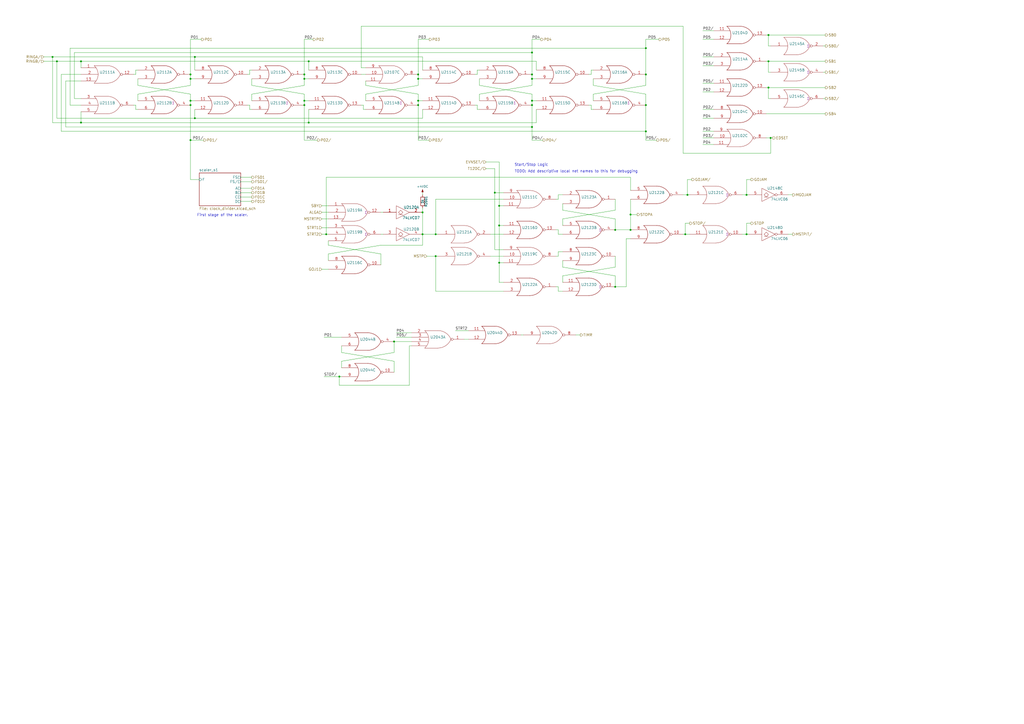
<source format=kicad_sch>
(kicad_sch (version 20211123) (generator eeschema)
  (paper "A2")
  (lib_symbols
    (symbol "Device:R" (pin_numbers hide) (pin_names (offset 0))
      (property "Reference" "R" (at 2.032 0 90))
      (property "Value" "R" (at 0 0 90))
      (symbol "R_1_1"
        (pin passive line (at 0 3.81 270) (length 1.27) (name "~") (number "1"))
        (pin passive line (at 0 -3.81 90) (length 1.27) (name "~") (number "2"))
      )
    )
    (symbol "agc_kicad_components:+4VDC" (power) (pin_names (offset 0))
      (property "Value" "+4VDC" (at 0.127 2.794 0))
      (symbol "+4VDC_1_1"
        (pin power_in line (at 0 0 90) (length 0) hide (name "+4VDC") (number "1"))
      )
    )
    (symbol "agc_kicad_components:74HC02" (pin_names (offset 0.762))
      (property "Reference" "U" (at 0 1.27 0))
      (symbol "74HC02_1_1"
        (pin output inverted (at 15.24 0 180) (length 7.62) (name "~") (number "1"))
        (pin input line (at -15.24 2.54 0) (length 9.398) (name "~") (number "2"))
        (pin input line (at -15.24 -2.54 0) (length 9.398) (name "~") (number "3"))
      )
      (symbol "74HC02_2_1"
        (pin output inverted (at 15.24 0 180) (length 7.62) (name "~") (number "4"))
        (pin input line (at -15.24 2.54 0) (length 9.398) (name "~") (number "5"))
        (pin input line (at -15.24 -2.54 0) (length 9.398) (name "~") (number "6"))
      )
      (symbol "74HC02_3_1"
        (pin output inverted (at 15.24 0 180) (length 7.62) (name "~") (number "10"))
        (pin input line (at -15.24 2.54 0) (length 9.398) (name "~") (number "8"))
        (pin input line (at -15.24 -2.54 0) (length 9.398) (name "~") (number "9"))
      )
      (symbol "74HC02_4_1"
        (pin input line (at -15.24 2.54 0) (length 9.398) (name "~") (number "11"))
        (pin input line (at -15.24 -2.54 0) (length 9.398) (name "~") (number "12"))
        (pin output inverted (at 15.24 0 180) (length 7.62) (name "~") (number "13"))
      )
      (symbol "74HC02_5_0"
        (text "GND" (at 2.54 -3.81 0) (effects (font (size 0.9906 0.9906))))
        (text "VCC" (at 2.54 3.81 0) (effects (font (size 0.9906 0.9906))))
      )
      (symbol "74HC02_5_1"
        (pin power_in line (at 0 6.35 270) (length 3.81) (name "VCC") (number "14"))
        (pin power_in line (at 0 -6.35 90) (length 3.81) (name "GND") (number "7"))
      )
    )
    (symbol "agc_kicad_components:74HC04" (pin_names (offset 0.762))
      (property "Reference" "U" (at 0 1.27 0))
      (symbol "74HC04_1_1"
        (pin input line (at -15.24 0 0) (length 9.906) (name "~") (number "1"))
        (pin output inverted (at 15.24 0 180) (length 7.62) (name "~") (number "2"))
      )
      (symbol "74HC04_2_1"
        (pin input line (at -15.24 0 0) (length 9.906) (name "~") (number "3"))
        (pin output inverted (at 15.24 0 180) (length 7.62) (name "~") (number "4"))
      )
      (symbol "74HC04_3_1"
        (pin input line (at -15.24 0 0) (length 9.906) (name "~") (number "5"))
        (pin output inverted (at 15.24 0 180) (length 7.62) (name "~") (number "6"))
      )
      (symbol "74HC04_4_1"
        (pin output inverted (at 15.24 0 180) (length 7.62) (name "~") (number "8"))
        (pin input line (at -15.24 0 0) (length 9.906) (name "~") (number "9"))
      )
      (symbol "74HC04_5_1"
        (pin output inverted (at 15.24 0 180) (length 7.62) (name "~") (number "10"))
        (pin input line (at -15.24 0 0) (length 9.906) (name "~") (number "11"))
      )
      (symbol "74HC04_6_1"
        (pin output inverted (at 15.24 0 180) (length 7.62) (name "~") (number "12"))
        (pin input line (at -15.24 0 0) (length 9.906) (name "~") (number "13"))
      )
      (symbol "74HC04_7_0"
        (text "GND" (at 2.54 -3.81 0) (effects (font (size 0.9906 0.9906))))
        (text "VCC" (at 2.54 3.81 0) (effects (font (size 0.9906 0.9906))))
      )
      (symbol "74HC04_7_1"
        (pin power_in line (at 0 6.35 270) (length 3.81) (name "VCC") (number "14"))
        (pin power_in line (at 0 -6.35 90) (length 3.81) (name "GND") (number "7"))
      )
    )
    (symbol "agc_kicad_components:74HC27" (pin_names (offset 0.762))
      (property "Reference" "U" (at 0 1.27 0))
      (symbol "74HC27_1_1"
        (pin input line (at -15.24 3.81 0) (length 8.763) (name "~") (number "1"))
        (pin output inverted (at 15.24 0 180) (length 7.62) (name "~") (number "12"))
        (pin input line (at -15.24 -3.81 0) (length 8.763) (name "~") (number "13"))
        (pin input line (at -15.24 0 0) (length 9.906) (name "~") (number "2"))
      )
      (symbol "74HC27_2_1"
        (pin input line (at -15.24 3.81 0) (length 8.763) (name "~") (number "3"))
        (pin input line (at -15.24 0 0) (length 9.906) (name "~") (number "4"))
        (pin input line (at -15.24 -3.81 0) (length 8.763) (name "~") (number "5"))
        (pin output inverted (at 15.24 0 180) (length 7.62) (name "~") (number "6"))
      )
      (symbol "74HC27_3_1"
        (pin input line (at -15.24 0 0) (length 9.906) (name "~") (number "10"))
        (pin input line (at -15.24 -3.81 0) (length 8.763) (name "~") (number "11"))
        (pin output inverted (at 15.24 0 180) (length 7.62) (name "~") (number "8"))
        (pin input line (at -15.24 3.81 0) (length 8.763) (name "~") (number "9"))
      )
      (symbol "74HC27_4_0"
        (text "GND" (at 2.54 -3.81 0) (effects (font (size 0.9906 0.9906))))
        (text "VCC" (at 2.54 3.81 0) (effects (font (size 0.9906 0.9906))))
      )
      (symbol "74HC27_4_1"
        (pin power_in line (at 0 6.35 270) (length 3.81) (name "VCC") (number "14"))
        (pin power_in line (at 0 -6.35 90) (length 3.81) (name "GND") (number "7"))
      )
    )
    (symbol "agc_kicad_components:74HC4002" (pin_names (offset 0.762))
      (property "Reference" "U" (at 0 1.27 0))
      (symbol "74HC4002_1_1"
        (pin output inverted (at 15.24 0 180) (length 7.62) (name "~") (number "1"))
        (pin input line (at -15.24 3.81 0) (length 8.509) (name "~") (number "2"))
        (pin input line (at -15.24 1.27 0) (length 9.652) (name "~") (number "3"))
        (pin input line (at -15.24 -1.27 0) (length 9.652) (name "~") (number "4"))
        (pin input line (at -15.24 -3.81 0) (length 8.509) (name "~") (number "5"))
        (pin no_connect line (at -2.54 5.08 90) (length 0) hide (name "NC1") (number "6"))
        (pin no_connect line (at 0 5.08 90) (length 0) hide (name "NC2") (number "8"))
      )
      (symbol "74HC4002_2_1"
        (pin input line (at -15.24 1.27 0) (length 9.652) (name "~") (number "10"))
        (pin input line (at -15.24 -1.27 0) (length 9.652) (name "~") (number "11"))
        (pin input line (at -15.24 -3.81 0) (length 8.509) (name "~") (number "12"))
        (pin output inverted (at 15.24 0 180) (length 7.62) (name "~") (number "13"))
        (pin no_connect line (at -2.54 5.08 90) (length 0) hide (name "NC1") (number "6"))
        (pin no_connect line (at 0 5.08 90) (length 0) hide (name "NC2") (number "8"))
        (pin input line (at -15.24 3.81 0) (length 8.509) (name "~") (number "9"))
      )
      (symbol "74HC4002_3_0"
        (text "GND" (at 2.54 -3.81 0) (effects (font (size 0.9906 0.9906))))
        (text "VCC" (at 2.54 3.81 0) (effects (font (size 0.9906 0.9906))))
      )
      (symbol "74HC4002_3_1"
        (pin power_in line (at 0 6.35 270) (length 3.81) (name "VCC") (number "14"))
        (pin power_in line (at 0 -6.35 90) (length 3.81) (name "GND") (number "7"))
      )
    )
    (symbol "agc_kicad_components:74LVC06" (pin_names (offset 0.762))
      (property "Reference" "U" (at 0 1.27 0))
      (symbol "74LVC06_1_1"
        (pin input line (at -11.43 0 0) (length 7.62) (name "~") (number "1"))
        (pin open_collector inverted (at 11.43 0 180) (length 7.62) (name "~") (number "2"))
      )
      (symbol "74LVC06_2_1"
        (pin input line (at -11.43 0 0) (length 7.62) (name "~") (number "3"))
        (pin open_collector inverted (at 11.43 0 180) (length 7.62) (name "~") (number "4"))
      )
      (symbol "74LVC06_3_1"
        (pin input line (at -11.43 0 0) (length 7.62) (name "~") (number "5"))
        (pin open_collector inverted (at 11.43 0 180) (length 7.62) (name "~") (number "6"))
      )
      (symbol "74LVC06_4_1"
        (pin open_collector inverted (at 11.43 0 180) (length 7.62) (name "~") (number "8"))
        (pin input line (at -11.43 0 0) (length 7.62) (name "~") (number "9"))
      )
      (symbol "74LVC06_5_1"
        (pin open_collector inverted (at 11.43 0 180) (length 7.62) (name "~") (number "10"))
        (pin input line (at -11.43 0 0) (length 7.62) (name "~") (number "11"))
      )
      (symbol "74LVC06_6_1"
        (pin open_collector inverted (at 11.43 0 180) (length 7.62) (name "~") (number "12"))
        (pin input line (at -11.43 0 0) (length 7.62) (name "~") (number "13"))
      )
      (symbol "74LVC06_7_0"
        (text "GND" (at 2.54 -3.81 0) (effects (font (size 0.9906 0.9906))))
        (text "VCC" (at 2.54 3.81 0) (effects (font (size 0.9906 0.9906))))
      )
      (symbol "74LVC06_7_1"
        (pin power_in line (at 0 6.35 270) (length 3.81) (name "VCC") (number "14"))
        (pin power_in line (at 0 -6.35 90) (length 3.81) (name "GND") (number "7"))
      )
    )
    (symbol "agc_kicad_components:74LVC07" (pin_names (offset 0.762))
      (property "Reference" "U" (at 0 1.27 0))
      (symbol "74LVC07_1_1"
        (pin input line (at -11.43 0 0) (length 7.62) (name "~") (number "1"))
        (pin open_collector line (at 11.43 0 180) (length 7.62) (name "~") (number "2"))
      )
      (symbol "74LVC07_2_1"
        (pin input line (at -11.43 0 0) (length 7.62) (name "~") (number "3"))
        (pin open_collector line (at 11.43 0 180) (length 7.62) (name "~") (number "4"))
      )
      (symbol "74LVC07_3_1"
        (pin input line (at -11.43 0 0) (length 7.62) (name "~") (number "5"))
        (pin open_collector line (at 11.43 0 180) (length 7.62) (name "~") (number "6"))
      )
      (symbol "74LVC07_4_1"
        (pin open_collector line (at 11.43 0 180) (length 7.62) (name "~") (number "8"))
        (pin input line (at -11.43 0 0) (length 7.62) (name "~") (number "9"))
      )
      (symbol "74LVC07_5_1"
        (pin open_collector line (at 11.43 0 180) (length 7.62) (name "~") (number "10"))
        (pin input line (at -11.43 0 0) (length 7.62) (name "~") (number "11"))
      )
      (symbol "74LVC07_6_1"
        (pin open_collector line (at 11.43 0 180) (length 7.62) (name "~") (number "12"))
        (pin input line (at -11.43 0 0) (length 7.62) (name "~") (number "13"))
      )
      (symbol "74LVC07_7_0"
        (text "GND" (at 2.54 -3.81 0) (effects (font (size 0.9906 0.9906))))
        (text "VCC" (at 2.54 3.81 0) (effects (font (size 0.9906 0.9906))))
      )
      (symbol "74LVC07_7_1"
        (pin power_in line (at 0 6.35 270) (length 3.81) (name "VCC") (number "14"))
        (pin power_in line (at 0 -6.35 90) (length 3.81) (name "GND") (number "7"))
      )
    )
  )
  (junction (at 30.48 33.02))
  (junction (at 252.73 135.89))
  (junction (at 289.56 130.81))
  (junction (at 433.07 113.03))
  (junction (at 308.61 73.66))
  (junction (at 46.99 35.56))
  (junction (at 242.57 58.42))
  (junction (at 113.03 68.58))
  (junction (at 110.49 45.72))
  (junction (at 46.99 71.12))
  (junction (at 374.65 76.2))
  (junction (at 242.57 43.18))
  (junction (at 374.65 60.96))
  (junction (at 398.78 113.03))
  (junction (at 356.87 166.37))
  (junction (at 397.51 135.89))
  (junction (at 445.77 20.32))
  (junction (at 245.11 123.19))
  (junction (at 365.76 133.35))
  (junction (at 176.53 45.72))
  (junction (at 196.85 218.44))
  (junction (at 228.6 198.12))
  (junction (at 447.04 80.01))
  (junction (at 374.65 27.94))
  (junction (at 289.56 152.4))
  (junction (at 179.07 71.12))
  (junction (at 287.02 111.76))
  (junction (at 308.61 43.18))
  (junction (at 374.65 43.18))
  (junction (at 242.57 45.72))
  (junction (at 356.87 133.35))
  (junction (at 110.49 81.28))
  (junction (at 308.61 30.48))
  (junction (at 308.61 60.96))
  (junction (at 242.57 60.96))
  (junction (at 365.76 124.46))
  (junction (at 110.49 43.18))
  (junction (at 179.07 35.56))
  (junction (at 308.61 58.42))
  (junction (at 289.56 119.38))
  (junction (at 308.61 45.72))
  (junction (at 110.49 58.42))
  (junction (at 189.23 135.89))
  (junction (at 252.73 148.59))
  (junction (at 445.77 50.8))
  (junction (at 176.53 58.42))
  (junction (at 176.53 60.96))
  (junction (at 110.49 60.96))
  (junction (at 445.77 35.56))
  (junction (at 33.02 35.56))
  (junction (at 245.11 135.89))
  (junction (at 176.53 43.18))
  (junction (at 433.07 135.89))
  (junction (at 113.03 33.02))
  (wire (pts (xy 444.5 80.01) (xy 447.04 80.01)))
  (wire (pts (xy 146.05 49.53) (xy 146.05 45.72)))
  (wire (pts (xy 228.6 209.55) (xy 198.12 204.47)))
  (wire (pts (xy 374.65 54.61) (xy 374.65 60.96)))
  (wire (pts (xy 414.02 48.26) (xy 407.67 48.26)))
  (wire (pts (xy 144.78 63.5) (xy 146.05 63.5)))
  (wire (pts (xy 220.98 123.19) (xy 222.25 123.19)))
  (wire (pts (xy 78.74 60.96) (xy 78.74 63.5)))
  (wire (pts (xy 433.07 129.54) (xy 433.07 135.89)))
  (wire (pts (xy 78.74 63.5) (xy 80.01 63.5)))
  (wire (pts (xy 414.02 68.58) (xy 407.67 68.58)))
  (wire (pts (xy 433.07 135.89) (xy 434.34 135.89)))
  (wire (pts (xy 252.73 135.89) (xy 252.73 115.57)))
  (wire (pts (xy 414.02 22.86) (xy 407.67 22.86)))
  (wire (pts (xy 189.23 135.89) (xy 189.23 102.87)))
  (wire (pts (xy 344.17 54.61) (xy 344.17 58.42)))
  (wire (pts (xy 139.7 102.87) (xy 146.05 102.87)))
  (wire (pts (xy 242.57 54.61) (xy 242.57 58.42)))
  (wire (pts (xy 220.98 153.67) (xy 220.98 147.32)))
  (wire (pts (xy 110.49 81.28) (xy 118.11 81.28)))
  (wire (pts (xy 186.69 132.08) (xy 190.5 132.08)))
  (wire (pts (xy 365.76 115.57) (xy 365.76 124.46)))
  (wire (pts (xy 110.49 45.72) (xy 110.49 49.53)))
  (wire (pts (xy 35.56 76.2) (xy 35.56 43.18)))
  (wire (pts (xy 278.13 54.61) (xy 278.13 58.42)))
  (wire (pts (xy 287.02 144.78) (xy 292.1 144.78)))
  (wire (pts (xy 252.73 135.89) (xy 254 135.89)))
  (wire (pts (xy 356.87 121.92) (xy 326.39 127)))
  (wire (pts (xy 433.07 104.14) (xy 433.07 113.03)))
  (wire (pts (xy 228.6 198.12) (xy 228.6 204.47)))
  (wire (pts (xy 323.85 146.05) (xy 326.39 146.05)))
  (wire (pts (xy 252.73 148.59) (xy 254 148.59)))
  (wire (pts (xy 342.9 43.18) (xy 342.9 40.64)))
  (wire (pts (xy 196.85 218.44) (xy 198.12 218.44)))
  (wire (pts (xy 308.61 45.72) (xy 308.61 49.53)))
  (wire (pts (xy 284.48 148.59) (xy 292.1 148.59)))
  (wire (pts (xy 113.03 40.64) (xy 113.03 33.02)))
  (wire (pts (xy 252.73 148.59) (xy 252.73 168.91)))
  (wire (pts (xy 365.76 133.35) (xy 356.87 133.35)))
  (wire (pts (xy 179.07 63.5) (xy 179.07 71.12)))
  (wire (pts (xy 292.1 119.38) (xy 289.56 119.38)))
  (wire (pts (xy 176.53 60.96) (xy 176.53 81.28)))
  (wire (pts (xy 40.64 27.94) (xy 40.64 60.96)))
  (wire (pts (xy 342.9 63.5) (xy 344.17 63.5)))
  (wire (pts (xy 275.59 60.96) (xy 276.86 60.96)))
  (wire (pts (xy 356.87 127) (xy 326.39 121.92)))
  (wire (pts (xy 186.69 119.38) (xy 190.5 119.38)))
  (wire (pts (xy 344.17 49.53) (xy 344.17 45.72)))
  (wire (pts (xy 144.78 60.96) (xy 144.78 63.5)))
  (wire (pts (xy 414.02 38.1) (xy 407.67 38.1)))
  (wire (pts (xy 245.11 68.58) (xy 245.11 63.5)))
  (wire (pts (xy 374.65 49.53) (xy 344.17 54.61)))
  (wire (pts (xy 308.61 30.48) (xy 308.61 43.18)))
  (wire (pts (xy 110.49 49.53) (xy 80.01 54.61)))
  (wire (pts (xy 365.76 124.46) (xy 365.76 133.35)))
  (wire (pts (xy 374.65 43.18) (xy 374.65 49.53)))
  (wire (pts (xy 323.85 133.35) (xy 323.85 135.89)))
  (wire (pts (xy 110.49 58.42) (xy 110.49 60.96)))
  (wire (pts (xy 176.53 49.53) (xy 176.53 45.72)))
  (wire (pts (xy 363.22 166.37) (xy 363.22 138.43)))
  (wire (pts (xy 396.24 135.89) (xy 397.51 135.89)))
  (wire (pts (xy 189.23 102.87) (xy 365.76 102.87)))
  (wire (pts (xy 414.02 17.78) (xy 407.67 17.78)))
  (wire (pts (xy 220.98 135.89) (xy 222.25 135.89)))
  (wire (pts (xy 289.56 119.38) (xy 289.56 130.81)))
  (wire (pts (xy 356.87 166.37) (xy 356.87 160.02)))
  (wire (pts (xy 444.5 20.32) (xy 445.77 20.32)))
  (wire (pts (xy 374.65 22.86) (xy 374.65 27.94)))
  (wire (pts (xy 323.85 113.03) (xy 326.39 113.03)))
  (wire (pts (xy 176.53 22.86) (xy 181.61 22.86)))
  (wire (pts (xy 209.55 60.96) (xy 210.82 60.96)))
  (wire (pts (xy 190.5 147.32) (xy 190.5 151.13)))
  (wire (pts (xy 242.57 81.28) (xy 248.92 81.28)))
  (wire (pts (xy 477.52 26.67) (xy 478.79 26.67)))
  (wire (pts (xy 245.11 120.65) (xy 245.11 123.19)))
  (wire (pts (xy 276.86 60.96) (xy 276.86 63.5)))
  (wire (pts (xy 237.49 200.66) (xy 238.76 200.66)))
  (wire (pts (xy 212.09 54.61) (xy 212.09 58.42)))
  (wire (pts (xy 179.07 40.64) (xy 179.07 35.56)))
  (wire (pts (xy 287.02 111.76) (xy 287.02 144.78)))
  (wire (pts (xy 444.5 35.56) (xy 445.77 35.56)))
  (wire (pts (xy 287.02 111.76) (xy 292.1 111.76)))
  (wire (pts (xy 30.48 33.02) (xy 30.48 71.12)))
  (wire (pts (xy 33.02 68.58) (xy 113.03 68.58)))
  (wire (pts (xy 311.15 45.72) (xy 308.61 45.72)))
  (wire (pts (xy 179.07 58.42) (xy 176.53 58.42)))
  (wire (pts (xy 322.58 115.57) (xy 323.85 115.57)))
  (wire (pts (xy 110.49 22.86) (xy 110.49 43.18)))
  (wire (pts (xy 457.2 113.03) (xy 459.74 113.03)))
  (wire (pts (xy 445.77 35.56) (xy 478.79 35.56)))
  (wire (pts (xy 179.07 45.72) (xy 176.53 45.72)))
  (wire (pts (xy 326.39 127) (xy 326.39 130.81)))
  (wire (pts (xy 113.03 33.02) (xy 245.11 33.02)))
  (wire (pts (xy 445.77 50.8) (xy 478.79 50.8)))
  (wire (pts (xy 196.85 218.44) (xy 196.85 223.52)))
  (wire (pts (xy 374.65 27.94) (xy 374.65 43.18)))
  (wire (pts (xy 400.05 129.54) (xy 397.51 129.54)))
  (wire (pts (xy 40.64 60.96) (xy 46.99 60.96)))
  (wire (pts (xy 110.49 104.14) (xy 115.57 104.14)))
  (wire (pts (xy 33.02 68.58) (xy 33.02 35.56)))
  (wire (pts (xy 289.56 130.81) (xy 289.56 152.4)))
  (wire (pts (xy 477.52 57.15) (xy 478.79 57.15)))
  (wire (pts (xy 311.15 58.42) (xy 308.61 58.42)))
  (wire (pts (xy 356.87 133.35) (xy 356.87 127)))
  (wire (pts (xy 144.78 43.18) (xy 144.78 40.64)))
  (wire (pts (xy 139.7 114.3) (xy 146.05 114.3)))
  (wire (pts (xy 186.69 127) (xy 190.5 127)))
  (wire (pts (xy 46.99 71.12) (xy 179.07 71.12)))
  (wire (pts (xy 110.49 60.96) (xy 110.49 81.28)))
  (wire (pts (xy 245.11 135.89) (xy 252.73 135.89)))
  (wire (pts (xy 396.24 15.24) (xy 209.55 15.24)))
  (wire (pts (xy 342.9 60.96) (xy 342.9 63.5)))
  (wire (pts (xy 322.58 166.37) (xy 323.85 166.37)))
  (wire (pts (xy 77.47 60.96) (xy 78.74 60.96)))
  (wire (pts (xy 43.18 30.48) (xy 43.18 57.15)))
  (wire (pts (xy 212.09 49.53) (xy 212.09 46.99)))
  (wire (pts (xy 198.12 195.58) (xy 187.96 195.58)))
  (wire (pts (xy 252.73 168.91) (xy 292.1 168.91)))
  (wire (pts (xy 176.53 81.28) (xy 184.15 81.28)))
  (wire (pts (xy 187.96 218.44) (xy 196.85 218.44)))
  (wire (pts (xy 146.05 58.42) (xy 146.05 54.61)))
  (wire (pts (xy 323.85 135.89) (xy 326.39 135.89)))
  (wire (pts (xy 374.65 76.2) (xy 35.56 76.2)))
  (wire (pts (xy 176.53 45.72) (xy 176.53 43.18)))
  (wire (pts (xy 43.18 57.15) (xy 46.99 57.15)))
  (wire (pts (xy 447.04 88.9) (xy 396.24 88.9)))
  (wire (pts (xy 287.02 97.79) (xy 287.02 111.76)))
  (wire (pts (xy 308.61 60.96) (xy 308.61 73.66)))
  (wire (pts (xy 396.24 113.03) (xy 398.78 113.03)))
  (wire (pts (xy 176.53 43.18) (xy 176.53 22.86)))
  (wire (pts (xy 275.59 43.18) (xy 276.86 43.18)))
  (wire (pts (xy 322.58 133.35) (xy 323.85 133.35)))
  (wire (pts (xy 209.55 39.37) (xy 212.09 39.37)))
  (wire (pts (xy 276.86 43.18) (xy 276.86 40.64)))
  (wire (pts (xy 113.03 68.58) (xy 245.11 68.58)))
  (wire (pts (xy 308.61 54.61) (xy 308.61 58.42)))
  (wire (pts (xy 414.02 63.5) (xy 407.67 63.5)))
  (wire (pts (xy 220.98 142.24) (xy 190.5 147.32)))
  (wire (pts (xy 445.77 41.91) (xy 445.77 35.56)))
  (wire (pts (xy 447.04 41.91) (xy 445.77 41.91)))
  (wire (pts (xy 308.61 73.66) (xy 38.1 73.66)))
  (wire (pts (xy 110.49 54.61) (xy 80.01 49.53)))
  (wire (pts (xy 38.1 73.66) (xy 38.1 46.99)))
  (wire (pts (xy 245.11 142.24) (xy 220.98 142.24)))
  (wire (pts (xy 110.49 54.61) (xy 110.49 58.42)))
  (wire (pts (xy 414.02 33.02) (xy 407.67 33.02)))
  (wire (pts (xy 238.76 195.58) (xy 229.87 195.58)))
  (wire (pts (xy 326.39 154.94) (xy 326.39 151.13)))
  (wire (pts (xy 289.56 152.4) (xy 292.1 152.4)))
  (wire (pts (xy 35.56 43.18) (xy 46.99 43.18)))
  (wire (pts (xy 242.57 22.86) (xy 242.57 43.18)))
  (wire (pts (xy 146.05 105.41) (xy 139.7 105.41)))
  (wire (pts (xy 179.07 35.56) (xy 311.15 35.56)))
  (wire (pts (xy 237.49 223.52) (xy 237.49 200.66)))
  (wire (pts (xy 189.23 135.89) (xy 190.5 135.89)))
  (wire (pts (xy 143.51 60.96) (xy 144.78 60.96)))
  (wire (pts (xy 245.11 58.42) (xy 242.57 58.42)))
  (wire (pts (xy 242.57 54.61) (xy 212.09 49.53)))
  (wire (pts (xy 25.4 33.02) (xy 30.48 33.02)))
  (wire (pts (xy 242.57 58.42) (xy 242.57 60.96)))
  (wire (pts (xy 278.13 49.53) (xy 278.13 45.72)))
  (wire (pts (xy 289.56 93.98) (xy 289.56 119.38)))
  (wire (pts (xy 323.85 166.37) (xy 323.85 168.91)))
  (wire (pts (xy 397.51 135.89) (xy 400.05 135.89)))
  (wire (pts (xy 242.57 43.18) (xy 242.57 45.72)))
  (wire (pts (xy 198.12 204.47) (xy 198.12 200.66)))
  (wire (pts (xy 245.11 45.72) (xy 242.57 45.72)))
  (wire (pts (xy 397.51 129.54) (xy 397.51 135.89)))
  (wire (pts (xy 238.76 193.04) (xy 229.87 193.04)))
  (wire (pts (xy 374.65 27.94) (xy 40.64 27.94)))
  (wire (pts (xy 447.04 26.67) (xy 445.77 26.67)))
  (wire (pts (xy 242.57 60.96) (xy 242.57 81.28)))
  (wire (pts (xy 445.77 50.8) (xy 445.77 57.15)))
  (wire (pts (xy 245.11 113.03) (xy 245.11 111.76)))
  (wire (pts (xy 196.85 223.52) (xy 237.49 223.52)))
  (wire (pts (xy 323.85 168.91) (xy 326.39 168.91)))
  (wire (pts (xy 77.47 43.18) (xy 78.74 43.18)))
  (wire (pts (xy 374.65 54.61) (xy 344.17 49.53)))
  (wire (pts (xy 242.57 45.72) (xy 242.57 49.53)))
  (wire (pts (xy 356.87 160.02) (xy 326.39 154.94)))
  (wire (pts (xy 308.61 30.48) (xy 43.18 30.48)))
  (wire (pts (xy 457.2 135.89) (xy 459.74 135.89)))
  (wire (pts (xy 176.53 54.61) (xy 176.53 58.42)))
  (wire (pts (xy 146.05 54.61) (xy 176.53 49.53)))
  (wire (pts (xy 374.65 22.86) (xy 382.27 22.86)))
  (wire (pts (xy 356.87 154.94) (xy 326.39 160.02)))
  (wire (pts (xy 289.56 163.83) (xy 292.1 163.83)))
  (wire (pts (xy 113.03 58.42) (xy 110.49 58.42)))
  (wire (pts (xy 143.51 43.18) (xy 144.78 43.18)))
  (wire (pts (xy 110.49 22.86) (xy 116.84 22.86)))
  (wire (pts (xy 430.53 135.89) (xy 433.07 135.89)))
  (wire (pts (xy 447.04 80.01) (xy 448.31 80.01)))
  (wire (pts (xy 110.49 81.28) (xy 110.49 104.14)))
  (wire (pts (xy 401.32 104.14) (xy 398.78 104.14)))
  (wire (pts (xy 322.58 148.59) (xy 323.85 148.59)))
  (wire (pts (xy 198.12 209.55) (xy 198.12 213.36)))
  (wire (pts (xy 276.86 40.64) (xy 278.13 40.64)))
  (wire (pts (xy 190.5 156.21) (xy 186.69 156.21)))
  (wire (pts (xy 78.74 40.64) (xy 80.01 40.64)))
  (wire (pts (xy 271.78 191.77) (xy 264.16 191.77)))
  (wire (pts (xy 46.99 64.77) (xy 46.99 71.12)))
  (wire (pts (xy 445.77 20.32) (xy 478.79 20.32)))
  (wire (pts (xy 407.67 83.82) (xy 414.02 83.82)))
  (wire (pts (xy 25.4 35.56) (xy 33.02 35.56)))
  (wire (pts (xy 308.61 22.86) (xy 313.69 22.86)))
  (wire (pts (xy 46.99 35.56) (xy 179.07 35.56)))
  (wire (pts (xy 139.7 116.84) (xy 146.05 116.84)))
  (wire (pts (xy 113.03 45.72) (xy 110.49 45.72)))
  (wire (pts (xy 398.78 113.03) (xy 400.05 113.03)))
  (wire (pts (xy 356.87 115.57) (xy 356.87 121.92)))
  (wire (pts (xy 176.53 58.42) (xy 176.53 60.96)))
  (wire (pts (xy 284.48 135.89) (xy 292.1 135.89)))
  (wire (pts (xy 326.39 160.02) (xy 326.39 163.83)))
  (wire (pts (xy 209.55 15.24) (xy 209.55 39.37)))
  (wire (pts (xy 445.77 57.15) (xy 447.04 57.15)))
  (wire (pts (xy 435.61 104.14) (xy 433.07 104.14)))
  (wire (pts (xy 245.11 135.89) (xy 245.11 142.24)))
  (wire (pts (xy 80.01 49.53) (xy 80.01 45.72)))
  (wire (pts (xy 445.77 26.67) (xy 445.77 20.32)))
  (wire (pts (xy 369.57 124.46) (xy 365.76 124.46)))
  (wire (pts (xy 308.61 22.86) (xy 308.61 30.48)))
  (wire (pts (xy 302.26 194.31) (xy 303.53 194.31)))
  (wire (pts (xy 269.24 196.85) (xy 271.78 196.85)))
  (wire (pts (xy 38.1 46.99) (xy 46.99 46.99)))
  (wire (pts (xy 356.87 166.37) (xy 363.22 166.37)))
  (wire (pts (xy 113.03 63.5) (xy 113.03 68.58)))
  (wire (pts (xy 407.67 80.01) (xy 414.02 80.01)))
  (wire (pts (xy 396.24 88.9) (xy 396.24 15.24)))
  (wire (pts (xy 430.53 113.03) (xy 433.07 113.03)))
  (wire (pts (xy 374.65 76.2) (xy 374.65 81.28)))
  (wire (pts (xy 447.04 80.01) (xy 447.04 88.9)))
  (wire (pts (xy 342.9 40.64) (xy 344.17 40.64)))
  (wire (pts (xy 308.61 43.18) (xy 308.61 45.72)))
  (wire (pts (xy 210.82 60.96) (xy 210.82 63.5)))
  (wire (pts (xy 365.76 102.87) (xy 365.76 110.49)))
  (wire (pts (xy 308.61 58.42) (xy 308.61 60.96)))
  (wire (pts (xy 435.61 129.54) (xy 433.07 129.54)))
  (wire (pts (xy 80.01 54.61) (xy 80.01 58.42)))
  (wire (pts (xy 78.74 43.18) (xy 78.74 40.64)))
  (wire (pts (xy 341.63 60.96) (xy 342.9 60.96)))
  (wire (pts (xy 228.6 204.47) (xy 198.12 209.55)))
  (wire (pts (xy 245.11 123.19) (xy 245.11 135.89)))
  (wire (pts (xy 228.6 198.12) (xy 238.76 198.12)))
  (wire (pts (xy 311.15 35.56) (xy 311.15 40.64)))
  (wire (pts (xy 242.57 49.53) (xy 212.09 54.61)))
  (wire (pts (xy 247.65 148.59) (xy 252.73 148.59)))
  (wire (pts (xy 308.61 73.66) (xy 308.61 81.28)))
  (wire (pts (xy 311.15 71.12) (xy 311.15 63.5)))
  (wire (pts (xy 334.01 194.31) (xy 336.55 194.31)))
  (wire (pts (xy 374.65 60.96) (xy 374.65 76.2)))
  (wire (pts (xy 210.82 63.5) (xy 212.09 63.5)))
  (wire (pts (xy 220.98 147.32) (xy 190.5 142.24)))
  (wire (pts (xy 30.48 33.02) (xy 113.03 33.02)))
  (wire (pts (xy 110.49 43.18) (xy 110.49 45.72)))
  (wire (pts (xy 209.55 43.18) (xy 212.09 43.18)))
  (wire (pts (xy 363.22 138.43) (xy 365.76 138.43)))
  (wire (pts (xy 139.7 109.22) (xy 146.05 109.22)))
  (wire (pts (xy 308.61 54.61) (xy 278.13 49.53)))
  (wire (pts (xy 308.61 81.28) (xy 314.96 81.28)))
  (wire (pts (xy 477.52 41.91) (xy 478.79 41.91)))
  (wire (pts (xy 281.94 97.79) (xy 287.02 97.79)))
  (wire (pts (xy 414.02 53.34) (xy 407.67 53.34)))
  (wire (pts (xy 179.07 71.12) (xy 311.15 71.12)))
  (wire (pts (xy 341.63 43.18) (xy 342.9 43.18)))
  (wire (pts (xy 146.05 111.76) (xy 139.7 111.76)))
  (wire (pts (xy 242.57 22.86) (xy 248.92 22.86)))
  (wire (pts (xy 144.78 40.64) (xy 146.05 40.64)))
  (wire (pts (xy 374.65 81.28) (xy 381 81.28)))
  (wire (pts (xy 356.87 148.59) (xy 356.87 154.94)))
  (wire (pts (xy 398.78 104.14) (xy 398.78 113.03)))
  (wire (pts (xy 186.69 135.89) (xy 189.23 135.89)))
  (wire (pts (xy 30.48 71.12) (xy 46.99 71.12)))
  (wire (pts (xy 323.85 115.57) (xy 323.85 113.03)))
  (wire (pts (xy 276.86 63.5) (xy 278.13 63.5)))
  (wire (pts (xy 190.5 142.24) (xy 190.5 139.7)))
  (wire (pts (xy 326.39 121.92) (xy 326.39 118.11)))
  (wire (pts (xy 176.53 54.61) (xy 146.05 49.53)))
  (wire (pts (xy 186.69 123.19) (xy 190.5 123.19)))
  (wire (pts (xy 252.73 115.57) (xy 292.1 115.57)))
  (wire (pts (xy 478.79 66.04) (xy 444.5 66.04)))
  (wire (pts (xy 289.56 130.81) (xy 292.1 130.81)))
  (wire (pts (xy 308.61 49.53) (xy 278.13 54.61)))
  (wire (pts (xy 289.56 93.98) (xy 281.94 93.98)))
  (wire (pts (xy 46.99 39.37) (xy 46.99 35.56)))
  (wire (pts (xy 444.5 50.8) (xy 445.77 50.8)))
  (wire (pts (xy 245.11 33.02) (xy 245.11 40.64)))
  (wire (pts (xy 433.07 113.03) (xy 434.34 113.03)))
  (wire (pts (xy 33.02 35.56) (xy 46.99 35.56)))
  (wire (pts (xy 323.85 148.59) (xy 323.85 146.05)))
  (wire (pts (xy 228.6 215.9) (xy 228.6 209.55)))
  (wire (pts (xy 414.02 76.2) (xy 407.67 76.2)))
  (wire (pts (xy 289.56 152.4) (xy 289.56 163.83)))
  (text "First stage of the scaler. " (at 114.3 125.73 0) (effects (font (size 1.524 1.524)) (justify left bottom)))
  (text "Start/Stop Logic" (at 298.45 96.52 0) (effects (font (size 1.524 1.524)) (justify left bottom)))
  (text "TODO: Add descriptive local net names to this for debugging" (at 298.45 100.33 0) (effects (font (size 1.524 1.524)) (justify left bottom)))
  (label "P05/" (at 407.67 33.02 0) (effects (font (size 1.524 1.524))))
  (label "STRT2" (at 264.16 191.77 0) (effects (font (size 1.524 1.524))))
  (label "P02/" (at 407.67 63.5 0) (effects (font (size 1.524 1.524))))
  (label "P01/" (at 111.76 81.28 0) (effects (font (size 1.524 1.524))))
  (label "P03/" (at 407.67 80.01 0) (effects (font (size 1.524 1.524))))
  (label "P03/" (at 242.57 81.28 0) (effects (font (size 1.524 1.524))))
  (label "P05/" (at 407.67 48.26 0) (effects (font (size 1.524 1.524))))
  (label "P05/" (at 374.65 81.28 0) (effects (font (size 1.524 1.524))))
  (label "P05" (at 407.67 22.86 0) (effects (font (size 1.524 1.524))))
  (label "P02/" (at 407.67 17.78 0) (effects (font (size 1.524 1.524))))
  (label "P02/" (at 177.8 81.28 0) (effects (font (size 1.524 1.524))))
  (label "P05" (at 375.92 22.86 0) (effects (font (size 1.524 1.524))))
  (label "P04" (at 407.67 68.58 0) (effects (font (size 1.524 1.524))))
  (label "P04" (at 407.67 83.82 0) (effects (font (size 1.524 1.524))))
  (label "P01" (at 187.96 195.58 0) (effects (font (size 1.524 1.524))))
  (label "P04" (at 308.61 22.86 0) (effects (font (size 1.524 1.524))))
  (label "P01" (at 110.49 22.86 0) (effects (font (size 1.524 1.524))))
  (label "P02" (at 407.67 53.34 0) (effects (font (size 1.524 1.524))))
  (label "P02" (at 407.67 76.2 0) (effects (font (size 1.524 1.524))))
  (label "P04/" (at 308.61 81.28 0) (effects (font (size 1.524 1.524))))
  (label "P03" (at 242.57 22.86 0) (effects (font (size 1.524 1.524))))
  (label "STOP/" (at 187.96 218.44 0) (effects (font (size 1.524 1.524))))
  (label "P05/" (at 229.87 195.58 0) (effects (font (size 1.524 1.524))))
  (label "P04" (at 229.87 193.04 0) (effects (font (size 1.524 1.524))))
  (label "P03/" (at 407.67 38.1 0) (effects (font (size 1.524 1.524))))
  (label "P02" (at 176.53 22.86 0) (effects (font (size 1.524 1.524))))
  (hierarchical_label "F01A" (shape output) (at 146.05 109.22 0) (effects (font (size 1.524 1.524))))
  (hierarchical_label "MGOJAM" (shape output) (at 459.74 113.03 0) (effects (font (size 1.524 1.524))))
  (hierarchical_label "RINGB/" (shape input) (at 25.4 35.56 180) (effects (font (size 1.524 1.524))))
  (hierarchical_label "T12DC/" (shape input) (at 281.94 97.79 180) (effects (font (size 1.524 1.524))))
  (hierarchical_label "F01B" (shape output) (at 146.05 111.76 0) (effects (font (size 1.524 1.524))))
  (hierarchical_label "P05/" (shape output) (at 381 81.28 0) (effects (font (size 1.524 1.524))))
  (hierarchical_label "RINGA/" (shape input) (at 25.4 33.02 180) (effects (font (size 1.524 1.524))))
  (hierarchical_label "MSTP" (shape input) (at 247.65 148.59 180) (effects (font (size 1.524 1.524))))
  (hierarchical_label "SB1/" (shape output) (at 478.79 41.91 0) (effects (font (size 1.524 1.524))))
  (hierarchical_label "SB4" (shape output) (at 478.79 66.04 0) (effects (font (size 1.524 1.524))))
  (hierarchical_label "GOJAM" (shape output) (at 435.61 104.14 0) (effects (font (size 1.524 1.524))))
  (hierarchical_label "P01" (shape output) (at 116.84 22.86 0) (effects (font (size 1.524 1.524))))
  (hierarchical_label "SB2" (shape output) (at 478.79 50.8 0) (effects (font (size 1.524 1.524))))
  (hierarchical_label "STRT2" (shape input) (at 186.69 135.89 180) (effects (font (size 1.524 1.524))))
  (hierarchical_label "F01D" (shape output) (at 146.05 116.84 0) (effects (font (size 1.524 1.524))))
  (hierarchical_label "P02/" (shape output) (at 184.15 81.28 0) (effects (font (size 1.524 1.524))))
  (hierarchical_label "SBY" (shape input) (at 186.69 119.38 180) (effects (font (size 1.524 1.524))))
  (hierarchical_label "ALGA" (shape input) (at 186.69 123.19 180) (effects (font (size 1.524 1.524))))
  (hierarchical_label "P03" (shape output) (at 248.92 22.86 0) (effects (font (size 1.524 1.524))))
  (hierarchical_label "P01/" (shape output) (at 118.11 81.28 0) (effects (font (size 1.524 1.524))))
  (hierarchical_label "P04" (shape output) (at 313.69 22.86 0) (effects (font (size 1.524 1.524))))
  (hierarchical_label "EVNSET/" (shape input) (at 281.94 93.98 180) (effects (font (size 1.524 1.524))))
  (hierarchical_label "STOPA" (shape output) (at 369.57 124.46 0) (effects (font (size 1.524 1.524))))
  (hierarchical_label "SB2/" (shape output) (at 478.79 57.15 0) (effects (font (size 1.524 1.524))))
  (hierarchical_label "GOJAM/" (shape output) (at 401.32 104.14 0) (effects (font (size 1.524 1.524))))
  (hierarchical_label "TIMR" (shape output) (at 336.55 194.31 0) (effects (font (size 1.524 1.524))))
  (hierarchical_label "P05" (shape output) (at 382.27 22.86 0) (effects (font (size 1.524 1.524))))
  (hierarchical_label "GOJ1" (shape input) (at 186.69 156.21 180) (effects (font (size 1.524 1.524))))
  (hierarchical_label "STOP/" (shape output) (at 400.05 129.54 0) (effects (font (size 1.524 1.524))))
  (hierarchical_label "F01C" (shape output) (at 146.05 114.3 0) (effects (font (size 1.524 1.524))))
  (hierarchical_label "MSTPIT/" (shape output) (at 459.74 135.89 0) (effects (font (size 1.524 1.524))))
  (hierarchical_label "SB0" (shape output) (at 478.79 20.32 0) (effects (font (size 1.524 1.524))))
  (hierarchical_label "FS01" (shape output) (at 146.05 102.87 0) (effects (font (size 1.524 1.524))))
  (hierarchical_label "SB1" (shape output) (at 478.79 35.56 0) (effects (font (size 1.524 1.524))))
  (hierarchical_label "SB0/" (shape output) (at 478.79 26.67 0) (effects (font (size 1.524 1.524))))
  (hierarchical_label "P02" (shape output) (at 181.61 22.86 0) (effects (font (size 1.524 1.524))))
  (hierarchical_label "STRT1" (shape input) (at 186.69 132.08 180) (effects (font (size 1.524 1.524))))
  (hierarchical_label "EDSET" (shape output) (at 448.31 80.01 0) (effects (font (size 1.524 1.524))))
  (hierarchical_label "P04/" (shape output) (at 314.96 81.28 0) (effects (font (size 1.524 1.524))))
  (hierarchical_label "FS01/" (shape output) (at 146.05 105.41 0) (effects (font (size 1.524 1.524))))
  (hierarchical_label "MSTRTP" (shape input) (at 186.69 127 180) (effects (font (size 1.524 1.524))))
  (hierarchical_label "STOP" (shape output) (at 435.61 129.54 0) (effects (font (size 1.524 1.524))))
  (hierarchical_label "P03/" (shape output) (at 248.92 81.28 0) (effects (font (size 1.524 1.524))))
  (symbol (lib_id "agc_kicad_components:74LVC07") (at 233.68 123.19 0) (unit 1)
    (property "Reference" "U2120" (at 238.633 120.269 0) (effects (font (size 1.524 1.524))))
    (property "Value" "74LVC07" (at 238.506 126.365 0) (effects (font (size 1.524 1.524))))
  )
  (symbol (lib_id "agc_kicad_components:74LVC07") (at 233.68 135.89 0) (unit 2)
    (property "Reference" "U2120" (at 238.633 132.969 0) (effects (font (size 1.524 1.524))))
    (property "Value" "74LVC07" (at 238.506 139.065 0) (effects (font (size 1.524 1.524))))
  )
  (symbol (lib_id "agc_kicad_components:74HC27") (at 205.74 123.19 0) (unit 1)
    (property "Reference" "U2119" (at 205.74 121.92 0) (effects (font (size 1.524 1.524))))
    (property "Value" "74HC27" (effects hide))
    (property "Initial" "1" (at 212.09 123.19 0) (effects (font (size 1.524 1.524) italic)))
  )
  (symbol (lib_id "agc_kicad_components:74HC27") (at 205.74 135.89 0) (unit 2)
    (property "Reference" "U2119" (at 205.74 134.62 0) (effects (font (size 1.524 1.524))))
    (property "Value" "74HC27" (effects hide))
    (property "Initial" "1" (at 212.09 135.89 0) (effects (font (size 1.524 1.524) italic)))
  )
  (symbol (lib_id "agc_kicad_components:74HC02") (at 205.74 153.67 0) (unit 3)
    (property "Reference" "U2116" (at 205.74 152.4 0) (effects (font (size 1.524 1.524))))
    (property "Value" "74HC02" (effects hide))
  )
  (symbol (lib_id "Device:R") (at 245.11 116.84 0) (unit 1)
    (property "Reference" "R2001" (at 247.142 116.84 90))
    (property "Value" "5k" (at 245.11 116.84 90))
  )
  (symbol (lib_id "agc_kicad_components:74HC04") (at 269.24 135.89 0) (unit 1)
    (property "Reference" "U2121" (at 269.24 134.62 0) (effects (font (size 1.524 1.524))))
    (property "Value" "74HC04" (effects hide))
    (property "Initial" "1" (effects hide))
  )
  (symbol (lib_id "agc_kicad_components:74HC27") (at 307.34 115.57 0) (unit 3)
    (property "Reference" "U2111" (at 307.34 114.3 0) (effects (font (size 1.524 1.524))))
    (property "Value" "74HC27" (effects hide))
  )
  (symbol (lib_id "agc_kicad_components:74HC27") (at 307.34 148.59 0) (unit 3)
    (property "Reference" "U2119" (at 307.34 147.32 0) (effects (font (size 1.524 1.524))))
    (property "Value" "74HC27" (effects hide))
  )
  (symbol (lib_id "agc_kicad_components:74HC02") (at 307.34 133.35 0) (unit 4)
    (property "Reference" "U2116" (at 307.34 132.08 0) (effects (font (size 1.524 1.524))))
    (property "Value" "74HC02" (effects hide))
  )
  (symbol (lib_id "agc_kicad_components:74HC02") (at 307.34 166.37 0) (unit 1)
    (property "Reference" "U2122" (at 307.34 165.1 0) (effects (font (size 1.524 1.524))))
    (property "Value" "74HC02" (effects hide))
  )
  (symbol (lib_id "agc_kicad_components:74HC02") (at 341.63 115.57 0) (unit 1)
    (property "Reference" "U2123" (at 341.63 114.3 0) (effects (font (size 1.524 1.524))))
    (property "Value" "74HC02" (effects hide))
  )
  (symbol (lib_id "agc_kicad_components:74HC02") (at 341.63 133.35 0) (unit 2)
    (property "Reference" "U2123" (at 341.63 132.08 0) (effects (font (size 1.524 1.524))))
    (property "Value" "74HC02" (effects hide))
    (property "Initial" "1" (at 347.98 133.35 0) (effects (font (size 1.524 1.524) italic)))
  )
  (symbol (lib_id "agc_kicad_components:74HC02") (at 341.63 148.59 0) (unit 3)
    (property "Reference" "U2123" (at 341.63 147.32 0) (effects (font (size 1.524 1.524))))
    (property "Value" "74HC02" (effects hide))
  )
  (symbol (lib_id "agc_kicad_components:74HC02") (at 341.63 166.37 0) (unit 4)
    (property "Reference" "U2123" (at 341.63 165.1 0) (effects (font (size 1.524 1.524))))
    (property "Value" "74HC02" (effects hide))
    (property "Initial" "1" (at 347.98 166.37 0) (effects (font (size 1.524 1.524) italic)))
  )
  (symbol (lib_id "agc_kicad_components:74HC02") (at 381 113.03 0) (unit 2)
    (property "Reference" "U2122" (at 381 111.76 0) (effects (font (size 1.524 1.524))))
    (property "Value" "74HC02" (effects hide))
  )
  (symbol (lib_id "agc_kicad_components:74HC02") (at 381 135.89 0) (unit 3)
    (property "Reference" "U2122" (at 381 134.62 0) (effects (font (size 1.524 1.524))))
    (property "Value" "74HC02" (effects hide))
  )
  (symbol (lib_id "agc_kicad_components:74HC04") (at 269.24 148.59 0) (unit 2)
    (property "Reference" "U2121" (at 269.24 147.32 0) (effects (font (size 1.524 1.524))))
    (property "Value" "74HC04" (effects hide))
  )
  (symbol (lib_id "agc_kicad_components:74HC04") (at 415.29 113.03 0) (unit 3)
    (property "Reference" "U2121" (at 415.29 111.76 0) (effects (font (size 1.524 1.524))))
    (property "Value" "74HC04" (effects hide))
    (property "Initial" "1" (at 421.64 113.03 0) (effects (font (size 1.524 1.524) italic)))
  )
  (symbol (lib_id "agc_kicad_components:74HC04") (at 415.29 135.89 0) (unit 5)
    (property "Reference" "U2121" (at 415.29 134.62 0) (effects (font (size 1.524 1.524))))
    (property "Value" "74HC04" (effects hide))
    (property "Initial" "1" (at 421.64 135.89 0) (effects (font (size 1.524 1.524) italic)))
  )
  (symbol (lib_id "agc_kicad_components:74HC27") (at 62.23 43.18 0) (unit 1)
    (property "Reference" "U2111" (at 62.23 41.91 0) (effects (font (size 1.524 1.524))))
    (property "Value" "74HC27" (effects hide))
  )
  (symbol (lib_id "agc_kicad_components:74HC27") (at 62.23 60.96 0) (unit 2)
    (property "Reference" "U2111" (at 62.23 59.69 0) (effects (font (size 1.524 1.524))))
    (property "Value" "74HC27" (effects hide))
  )
  (symbol (lib_id "agc_kicad_components:74HC02") (at 95.25 43.18 0) (unit 1)
    (property "Reference" "U2112" (at 95.25 41.91 0) (effects (font (size 1.524 1.524))))
    (property "Value" "74HC02" (effects hide))
  )
  (symbol (lib_id "agc_kicad_components:74HC02") (at 95.25 60.96 0) (unit 2)
    (property "Reference" "U2112" (at 95.25 59.69 0) (effects (font (size 1.524 1.524))))
    (property "Value" "74HC02" (effects hide))
    (property "Initial" "1" (at 100.33 59.69 0) (effects (font (size 1.524 1.524) italic)))
  )
  (symbol (lib_id "agc_kicad_components:74HC02") (at 128.27 43.18 0) (unit 3)
    (property "Reference" "U2112" (at 128.27 41.91 0) (effects (font (size 1.524 1.524))))
    (property "Value" "74HC02" (effects hide))
  )
  (symbol (lib_id "agc_kicad_components:74HC02") (at 128.27 60.96 0) (unit 4)
    (property "Reference" "U2112" (at 128.27 59.69 0) (effects (font (size 1.524 1.524))))
    (property "Value" "74HC02" (effects hide))
  )
  (symbol (lib_id "agc_kicad_components:74HC02") (at 161.29 43.18 0) (unit 1)
    (property "Reference" "U2113" (at 161.29 41.91 0) (effects (font (size 1.524 1.524))))
    (property "Value" "74HC02" (effects hide))
  )
  (symbol (lib_id "agc_kicad_components:74HC02") (at 161.29 60.96 0) (unit 2)
    (property "Reference" "U2113" (at 161.29 59.69 0) (effects (font (size 1.524 1.524))))
    (property "Value" "74HC02" (effects hide))
    (property "Initial" "1" (at 166.37 59.69 0) (effects (font (size 1.524 1.524) italic)))
  )
  (symbol (lib_id "agc_kicad_components:74HC02") (at 194.31 43.18 0) (unit 3)
    (property "Reference" "U2113" (at 194.31 41.91 0) (effects (font (size 1.524 1.524))))
    (property "Value" "74HC02" (effects hide))
  )
  (symbol (lib_id "agc_kicad_components:74HC02") (at 194.31 60.96 0) (unit 4)
    (property "Reference" "U2113" (at 194.31 59.69 0) (effects (font (size 1.524 1.524))))
    (property "Value" "74HC02" (effects hide))
  )
  (symbol (lib_id "agc_kicad_components:74HC02") (at 227.33 60.96 0) (unit 2)
    (property "Reference" "U2114" (at 227.33 59.69 0) (effects (font (size 1.524 1.524))))
    (property "Value" "74HC02" (effects hide))
    (property "Initial" "1" (at 232.41 59.69 0) (effects (font (size 1.524 1.524) italic)))
  )
  (symbol (lib_id "agc_kicad_components:74HC02") (at 260.35 43.18 0) (unit 3)
    (property "Reference" "U2114" (at 260.35 41.91 0) (effects (font (size 1.524 1.524))))
    (property "Value" "74HC02" (effects hide))
  )
  (symbol (lib_id "agc_kicad_components:74HC02") (at 260.35 60.96 0) (unit 4)
    (property "Reference" "U2114" (at 260.35 59.69 0) (effects (font (size 1.524 1.524))))
    (property "Value" "74HC02" (effects hide))
  )
  (symbol (lib_id "agc_kicad_components:74HC02") (at 293.37 43.18 0) (unit 1)
    (property "Reference" "U2115" (at 293.37 41.91 0) (effects (font (size 1.524 1.524))))
    (property "Value" "74HC02" (effects hide))
  )
  (symbol (lib_id "agc_kicad_components:74HC02") (at 293.37 60.96 0) (unit 2)
    (property "Reference" "U2115" (at 293.37 59.69 0) (effects (font (size 1.524 1.524))))
    (property "Value" "74HC02" (effects hide))
    (property "Initial" "1" (at 298.45 59.69 0) (effects (font (size 1.524 1.524) italic)))
  )
  (symbol (lib_id "agc_kicad_components:74HC02") (at 326.39 43.18 0) (unit 3)
    (property "Reference" "U2115" (at 326.39 41.91 0) (effects (font (size 1.524 1.524))))
    (property "Value" "74HC02" (effects hide))
  )
  (symbol (lib_id "agc_kicad_components:74HC02") (at 326.39 60.96 0) (unit 4)
    (property "Reference" "U2115" (at 326.39 59.69 0) (effects (font (size 1.524 1.524))))
    (property "Value" "74HC02" (effects hide))
  )
  (symbol (lib_id "agc_kicad_components:74HC02") (at 359.41 43.18 0) (unit 1)
    (property "Reference" "U2116" (at 359.41 41.91 0) (effects (font (size 1.524 1.524))))
    (property "Value" "74HC02" (effects hide))
  )
  (symbol (lib_id "agc_kicad_components:74HC02") (at 359.41 60.96 0) (unit 2)
    (property "Reference" "U2116" (at 359.41 59.69 0) (effects (font (size 1.524 1.524))))
    (property "Value" "74HC02" (effects hide))
    (property "Initial" "1" (at 364.49 59.69 0) (effects (font (size 1.524 1.524) italic)))
  )
  (symbol (lib_id "agc_kicad_components:74HC27") (at 227.33 43.18 0) (unit 3)
    (property "Reference" "U2107" (at 227.33 41.91 0) (effects (font (size 1.524 1.524))))
    (property "Value" "74HC27" (effects hide))
  )
  (symbol (lib_id "agc_kicad_components:74HC02") (at 429.26 20.32 0) (unit 4)
    (property "Reference" "U2104" (at 429.26 19.05 0) (effects (font (size 1.524 1.524))))
    (property "Value" "74HC02" (effects hide))
  )
  (symbol (lib_id "agc_kicad_components:74HC02") (at 429.26 35.56 0) (unit 1)
    (property "Reference" "U2114" (at 429.26 34.29 0) (effects (font (size 1.524 1.524))))
    (property "Value" "74HC02" (effects hide))
  )
  (symbol (lib_id "agc_kicad_components:74HC02") (at 429.26 50.8 0) (unit 4)
    (property "Reference" "U2122" (at 429.26 49.53 0) (effects (font (size 1.524 1.524))))
    (property "Value" "74HC02" (effects hide))
  )
  (symbol (lib_id "agc_kicad_components:74HC02") (at 429.26 66.04 0) (unit 3)
    (property "Reference" "U2104" (at 429.26 64.77 0) (effects (font (size 1.524 1.524))))
    (property "Value" "74HC02" (effects hide))
  )
  (symbol (lib_id "agc_kicad_components:74HC27") (at 429.26 80.01 0) (unit 3)
    (property "Reference" "U2102" (at 429.26 78.74 0) (effects (font (size 1.524 1.524))))
    (property "Value" "74HC27" (effects hide))
  )
  (symbol (lib_id "agc_kicad_components:74HC04") (at 462.28 26.67 0) (unit 1)
    (property "Reference" "U2145" (at 462.28 25.4 0) (effects (font (size 1.524 1.524))))
    (property "Value" "74HC04" (effects hide))
    (property "Initial" "1" (at 468.63 26.67 0) (effects (font (size 1.524 1.524) italic)))
  )
  (symbol (lib_id "agc_kicad_components:74HC04") (at 462.28 41.91 0) (unit 2)
    (property "Reference" "U2145" (at 462.28 40.64 0) (effects (font (size 1.524 1.524))))
    (property "Value" "74HC04" (effects hide))
    (property "Initial" "1" (at 468.63 41.91 0) (effects (font (size 1.524 1.524) italic)))
  )
  (symbol (lib_id "agc_kicad_components:74HC04") (at 462.28 57.15 0) (unit 3)
    (property "Reference" "U2145" (at 462.28 55.88 0) (effects (font (size 1.524 1.524))))
    (property "Value" "74HC04" (effects hide))
    (property "Initial" "1" (at 468.63 57.15 0) (effects (font (size 1.524 1.524) italic)))
  )
  (symbol (lib_id "agc_kicad_components:74HC02") (at 213.36 198.12 0) (unit 2)
    (property "Reference" "U2044" (at 213.36 196.85 0) (effects (font (size 1.524 1.524))))
    (property "Value" "74HC02" (effects hide))
  )
  (symbol (lib_id "agc_kicad_components:74HC02") (at 213.36 215.9 0) (unit 3)
    (property "Reference" "U2044" (at 213.36 214.63 0) (effects (font (size 1.524 1.524))))
    (property "Value" "74HC02" (effects hide))
  )
  (symbol (lib_id "agc_kicad_components:74HC4002") (at 254 196.85 0) (unit 1)
    (property "Reference" "U2043" (at 254 195.58 0) (effects (font (size 1.524 1.524))))
    (property "Value" "74HC4002" (effects hide))
  )
  (symbol (lib_id "agc_kicad_components:74HC02") (at 287.02 194.31 0) (unit 4)
    (property "Reference" "U2044" (at 287.02 193.04 0) (effects (font (size 1.524 1.524))))
    (property "Value" "74HC02" (effects hide))
  )
  (symbol (lib_id "agc_kicad_components:74HC04") (at 318.77 194.31 0) (unit 4)
    (property "Reference" "U2042" (at 318.77 193.04 0) (effects (font (size 1.524 1.524))))
    (property "Value" "74HC04" (effects hide))
  )
  (symbol (lib_id "agc_kicad_components:+4VDC") (at 245.11 111.76 0) (unit 1)
    (property "Reference" "#PWR011" (effects hide))
    (property "Value" "+4VDC" (at 245.11 108.204 0))
  )
  (symbol (lib_id "agc_kicad_components:74LVC06") (at 445.77 113.03 0) (unit 3)
    (property "Reference" "U2148" (at 449.58 109.22 0) (effects (font (size 1.524 1.524))))
    (property "Value" "74LVC06" (at 452.12 115.57 0) (effects (font (size 1.524 1.524))))
  )
  (symbol (lib_id "agc_kicad_components:74LVC06") (at 445.77 135.89 0) (unit 4)
    (property "Reference" "U2148" (at 449.58 132.08 0) (effects (font (size 1.524 1.524))))
    (property "Value" "74LVC06" (at 452.12 138.43 0) (effects (font (size 1.524 1.524))))
  )
  (sheet (at 115.57 100.33) (size 24.13 19.05)
    (property "Sheet name" "scaler_s1" (at 115.57 99.4914 0) (effects (font (size 1.524 1.524)) (justify left bottom)))
    (property "Sheet file" "clock_divider.kicad_sch" (at 115.57 120.0662 0) (effects (font (size 1.524 1.524)) (justify left top)))
    (pin "F" input (at 115.57 104.14 180) (effects (font (size 1.524 1.524))))
    (pin "D" output (at 139.7 116.84 0) (effects (font (size 1.524 1.524))))
    (pin "B" output (at 139.7 111.76 0) (effects (font (size 1.524 1.524))))
    (pin "A" output (at 139.7 109.22 0) (effects (font (size 1.524 1.524))))
    (pin "C" output (at 139.7 114.3 0) (effects (font (size 1.524 1.524))))
    (pin "FS/" output (at 139.7 105.41 0) (effects (font (size 1.524 1.524))))
    (pin "FS" output (at 139.7 102.87 0) (effects (font (size 1.524 1.524))))
  )
)
</source>
